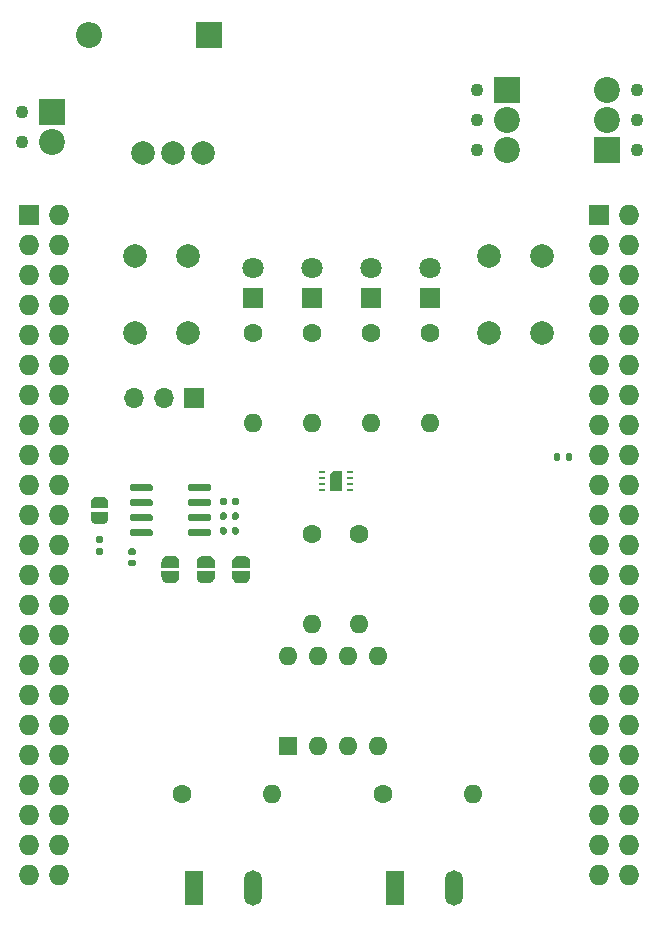
<source format=gbr>
G04 #@! TF.GenerationSoftware,KiCad,Pcbnew,6.0.5+dfsg-1~bpo11+1*
G04 #@! TF.CreationDate,2022-07-02T02:00:19+00:00*
G04 #@! TF.ProjectId,bbbalarm,62626261-6c61-4726-9d2e-6b696361645f,rev?*
G04 #@! TF.SameCoordinates,Original*
G04 #@! TF.FileFunction,Soldermask,Top*
G04 #@! TF.FilePolarity,Negative*
%FSLAX46Y46*%
G04 Gerber Fmt 4.6, Leading zero omitted, Abs format (unit mm)*
G04 Created by KiCad (PCBNEW 6.0.5+dfsg-1~bpo11+1) date 2022-07-02 02:00:19*
%MOMM*%
%LPD*%
G01*
G04 APERTURE LIST*
%ADD10R,1.727200X1.727200*%
%ADD11O,1.727200X1.727200*%
%ADD12C,2.000000*%
%ADD13C,1.100000*%
%ADD14R,2.200000X2.200000*%
%ADD15C,2.200000*%
%ADD16O,2.200000X2.200000*%
%ADD17R,1.800000X1.800000*%
%ADD18C,1.800000*%
%ADD19R,1.500000X3.000000*%
%ADD20O,1.500000X3.000000*%
%ADD21C,1.600000*%
%ADD22O,1.600000X1.600000*%
%ADD23R,1.600000X1.600000*%
%ADD24R,1.700000X1.700000*%
%ADD25O,1.700000X1.700000*%
%ADD26R,0.550000X0.250000*%
G04 APERTURE END LIST*
D10*
X164630100Y-62382400D03*
D11*
X167170100Y-62382400D03*
X164630100Y-64922400D03*
X167170100Y-64922400D03*
X164630100Y-67462400D03*
X167170100Y-67462400D03*
X164630100Y-70002400D03*
X167170100Y-70002400D03*
X164630100Y-72542400D03*
X167170100Y-72542400D03*
X164630100Y-75082400D03*
X167170100Y-75082400D03*
X164630100Y-77622400D03*
X167170100Y-77622400D03*
X164630100Y-80162400D03*
X167170100Y-80162400D03*
X164630100Y-82702400D03*
X167170100Y-82702400D03*
X164630100Y-85242400D03*
X167170100Y-85242400D03*
X164630100Y-87782400D03*
X167170100Y-87782400D03*
X164630100Y-90322400D03*
X167170100Y-90322400D03*
X164630100Y-92862400D03*
X167170100Y-92862400D03*
X164630100Y-95402400D03*
X167170100Y-95402400D03*
X164630100Y-97942400D03*
X167170100Y-97942400D03*
X164630100Y-100482400D03*
X167170100Y-100482400D03*
X164630100Y-103022400D03*
X167170100Y-103022400D03*
X164630100Y-105562400D03*
X167170100Y-105562400D03*
X164630100Y-108102400D03*
X167170100Y-108102400D03*
X164630100Y-110642400D03*
X167170100Y-110642400D03*
X164630100Y-113182400D03*
X167170100Y-113182400D03*
X164630100Y-115722400D03*
X167170100Y-115722400D03*
X164630100Y-118262400D03*
X167170100Y-118262400D03*
G36*
G01*
X124950100Y-90622400D02*
X125290100Y-90622400D01*
G75*
G02*
X125430100Y-90762400I0J-140000D01*
G01*
X125430100Y-91042400D01*
G75*
G02*
X125290100Y-91182400I-140000J0D01*
G01*
X124950100Y-91182400D01*
G75*
G02*
X124810100Y-91042400I0J140000D01*
G01*
X124810100Y-90762400D01*
G75*
G02*
X124950100Y-90622400I140000J0D01*
G01*
G37*
G36*
G01*
X124950100Y-91582400D02*
X125290100Y-91582400D01*
G75*
G02*
X125430100Y-91722400I0J-140000D01*
G01*
X125430100Y-92002400D01*
G75*
G02*
X125290100Y-92142400I-140000J0D01*
G01*
X124950100Y-92142400D01*
G75*
G02*
X124810100Y-92002400I0J140000D01*
G01*
X124810100Y-91722400D01*
G75*
G02*
X124950100Y-91582400I140000J0D01*
G01*
G37*
G36*
X127620100Y-92232400D02*
G01*
X127620100Y-91732400D01*
X127625067Y-91732400D01*
X127626532Y-91652459D01*
X127668807Y-91517144D01*
X127747362Y-91399134D01*
X127855881Y-91307914D01*
X127985640Y-91250819D01*
X128120100Y-91233236D01*
X128120100Y-91232400D01*
X128620100Y-91232400D01*
X128620100Y-91233236D01*
X128626209Y-91232437D01*
X128766286Y-91254248D01*
X128894611Y-91314496D01*
X129000869Y-91408340D01*
X129076517Y-91528235D01*
X129115474Y-91664542D01*
X129115059Y-91732400D01*
X129120100Y-91732400D01*
X129120100Y-92232400D01*
X127620100Y-92232400D01*
G37*
G36*
X129115059Y-93032400D02*
G01*
X129114608Y-93106305D01*
X129073989Y-93242126D01*
X128996882Y-93361088D01*
X128889485Y-93453626D01*
X128760433Y-93512303D01*
X128620100Y-93532400D01*
X128120100Y-93532400D01*
X128107884Y-93532251D01*
X127968083Y-93508731D01*
X127840504Y-93446919D01*
X127735400Y-93351784D01*
X127661223Y-93230974D01*
X127623934Y-93094201D01*
X127625067Y-93032400D01*
X127620100Y-93032400D01*
X127620100Y-92532400D01*
X129120100Y-92532400D01*
X129120100Y-93032400D01*
X129115059Y-93032400D01*
G37*
G36*
X133620100Y-92232400D02*
G01*
X133620100Y-91732400D01*
X133625067Y-91732400D01*
X133626532Y-91652459D01*
X133668807Y-91517144D01*
X133747362Y-91399134D01*
X133855881Y-91307914D01*
X133985640Y-91250819D01*
X134120100Y-91233236D01*
X134120100Y-91232400D01*
X134620100Y-91232400D01*
X134620100Y-91233236D01*
X134626209Y-91232437D01*
X134766286Y-91254248D01*
X134894611Y-91314496D01*
X135000869Y-91408340D01*
X135076517Y-91528235D01*
X135115474Y-91664542D01*
X135115059Y-91732400D01*
X135120100Y-91732400D01*
X135120100Y-92232400D01*
X133620100Y-92232400D01*
G37*
G36*
X135115059Y-93032400D02*
G01*
X135114608Y-93106305D01*
X135073989Y-93242126D01*
X134996882Y-93361088D01*
X134889485Y-93453626D01*
X134760433Y-93512303D01*
X134620100Y-93532400D01*
X134120100Y-93532400D01*
X134107884Y-93532251D01*
X133968083Y-93508731D01*
X133840504Y-93446919D01*
X133735400Y-93351784D01*
X133661223Y-93230974D01*
X133623934Y-93094201D01*
X133625067Y-93032400D01*
X133620100Y-93032400D01*
X133620100Y-92532400D01*
X135120100Y-92532400D01*
X135120100Y-93032400D01*
X135115059Y-93032400D01*
G37*
G36*
X123120100Y-87532400D02*
G01*
X123120100Y-88032400D01*
X123115133Y-88032400D01*
X123113668Y-88112341D01*
X123071393Y-88247656D01*
X122992838Y-88365666D01*
X122884319Y-88456886D01*
X122754560Y-88513981D01*
X122620100Y-88531564D01*
X122620100Y-88532400D01*
X122120100Y-88532400D01*
X122120100Y-88531564D01*
X122113991Y-88532363D01*
X121973914Y-88510552D01*
X121845589Y-88450304D01*
X121739331Y-88356460D01*
X121663683Y-88236565D01*
X121624726Y-88100258D01*
X121625141Y-88032400D01*
X121620100Y-88032400D01*
X121620100Y-87532400D01*
X123120100Y-87532400D01*
G37*
G36*
X121625141Y-86732400D02*
G01*
X121625592Y-86658495D01*
X121666211Y-86522674D01*
X121743318Y-86403712D01*
X121850715Y-86311174D01*
X121979767Y-86252497D01*
X122120100Y-86232400D01*
X122620100Y-86232400D01*
X122632316Y-86232549D01*
X122772117Y-86256069D01*
X122899696Y-86317881D01*
X123004800Y-86413016D01*
X123078977Y-86533826D01*
X123116266Y-86670599D01*
X123115133Y-86732400D01*
X123120100Y-86732400D01*
X123120100Y-87232400D01*
X121620100Y-87232400D01*
X121620100Y-86732400D01*
X121625141Y-86732400D01*
G37*
G36*
G01*
X134150100Y-86447400D02*
X134150100Y-86817400D01*
G75*
G02*
X134015100Y-86952400I-135000J0D01*
G01*
X133745100Y-86952400D01*
G75*
G02*
X133610100Y-86817400I0J135000D01*
G01*
X133610100Y-86447400D01*
G75*
G02*
X133745100Y-86312400I135000J0D01*
G01*
X134015100Y-86312400D01*
G75*
G02*
X134150100Y-86447400I0J-135000D01*
G01*
G37*
G36*
G01*
X133130100Y-86447400D02*
X133130100Y-86817400D01*
G75*
G02*
X132995100Y-86952400I-135000J0D01*
G01*
X132725100Y-86952400D01*
G75*
G02*
X132590100Y-86817400I0J135000D01*
G01*
X132590100Y-86447400D01*
G75*
G02*
X132725100Y-86312400I135000J0D01*
G01*
X132995100Y-86312400D01*
G75*
G02*
X133130100Y-86447400I0J-135000D01*
G01*
G37*
G36*
G01*
X134150100Y-87697400D02*
X134150100Y-88067400D01*
G75*
G02*
X134015100Y-88202400I-135000J0D01*
G01*
X133745100Y-88202400D01*
G75*
G02*
X133610100Y-88067400I0J135000D01*
G01*
X133610100Y-87697400D01*
G75*
G02*
X133745100Y-87562400I135000J0D01*
G01*
X134015100Y-87562400D01*
G75*
G02*
X134150100Y-87697400I0J-135000D01*
G01*
G37*
G36*
G01*
X133130100Y-87697400D02*
X133130100Y-88067400D01*
G75*
G02*
X132995100Y-88202400I-135000J0D01*
G01*
X132725100Y-88202400D01*
G75*
G02*
X132590100Y-88067400I0J135000D01*
G01*
X132590100Y-87697400D01*
G75*
G02*
X132725100Y-87562400I135000J0D01*
G01*
X132995100Y-87562400D01*
G75*
G02*
X133130100Y-87697400I0J-135000D01*
G01*
G37*
G36*
G01*
X122555100Y-91162400D02*
X122185100Y-91162400D01*
G75*
G02*
X122050100Y-91027400I0J135000D01*
G01*
X122050100Y-90757400D01*
G75*
G02*
X122185100Y-90622400I135000J0D01*
G01*
X122555100Y-90622400D01*
G75*
G02*
X122690100Y-90757400I0J-135000D01*
G01*
X122690100Y-91027400D01*
G75*
G02*
X122555100Y-91162400I-135000J0D01*
G01*
G37*
G36*
G01*
X122555100Y-90142400D02*
X122185100Y-90142400D01*
G75*
G02*
X122050100Y-90007400I0J135000D01*
G01*
X122050100Y-89737400D01*
G75*
G02*
X122185100Y-89602400I135000J0D01*
G01*
X122555100Y-89602400D01*
G75*
G02*
X122690100Y-89737400I0J-135000D01*
G01*
X122690100Y-90007400D01*
G75*
G02*
X122555100Y-90142400I-135000J0D01*
G01*
G37*
D12*
X155370100Y-65882400D03*
X155370100Y-72382400D03*
X159870100Y-72382400D03*
X159870100Y-65882400D03*
X125370100Y-72382400D03*
X125370100Y-65882400D03*
X129870100Y-65882400D03*
X129870100Y-72382400D03*
G36*
G01*
X131820100Y-89137400D02*
X131820100Y-89437400D01*
G75*
G02*
X131670100Y-89587400I-150000J0D01*
G01*
X130020100Y-89587400D01*
G75*
G02*
X129870100Y-89437400I0J150000D01*
G01*
X129870100Y-89137400D01*
G75*
G02*
X130020100Y-88987400I150000J0D01*
G01*
X131670100Y-88987400D01*
G75*
G02*
X131820100Y-89137400I0J-150000D01*
G01*
G37*
G36*
G01*
X131820100Y-87867400D02*
X131820100Y-88167400D01*
G75*
G02*
X131670100Y-88317400I-150000J0D01*
G01*
X130020100Y-88317400D01*
G75*
G02*
X129870100Y-88167400I0J150000D01*
G01*
X129870100Y-87867400D01*
G75*
G02*
X130020100Y-87717400I150000J0D01*
G01*
X131670100Y-87717400D01*
G75*
G02*
X131820100Y-87867400I0J-150000D01*
G01*
G37*
G36*
G01*
X131820100Y-86597400D02*
X131820100Y-86897400D01*
G75*
G02*
X131670100Y-87047400I-150000J0D01*
G01*
X130020100Y-87047400D01*
G75*
G02*
X129870100Y-86897400I0J150000D01*
G01*
X129870100Y-86597400D01*
G75*
G02*
X130020100Y-86447400I150000J0D01*
G01*
X131670100Y-86447400D01*
G75*
G02*
X131820100Y-86597400I0J-150000D01*
G01*
G37*
G36*
G01*
X131820100Y-85327400D02*
X131820100Y-85627400D01*
G75*
G02*
X131670100Y-85777400I-150000J0D01*
G01*
X130020100Y-85777400D01*
G75*
G02*
X129870100Y-85627400I0J150000D01*
G01*
X129870100Y-85327400D01*
G75*
G02*
X130020100Y-85177400I150000J0D01*
G01*
X131670100Y-85177400D01*
G75*
G02*
X131820100Y-85327400I0J-150000D01*
G01*
G37*
G36*
G01*
X126870100Y-85327400D02*
X126870100Y-85627400D01*
G75*
G02*
X126720100Y-85777400I-150000J0D01*
G01*
X125070100Y-85777400D01*
G75*
G02*
X124920100Y-85627400I0J150000D01*
G01*
X124920100Y-85327400D01*
G75*
G02*
X125070100Y-85177400I150000J0D01*
G01*
X126720100Y-85177400D01*
G75*
G02*
X126870100Y-85327400I0J-150000D01*
G01*
G37*
G36*
G01*
X126870100Y-86597400D02*
X126870100Y-86897400D01*
G75*
G02*
X126720100Y-87047400I-150000J0D01*
G01*
X125070100Y-87047400D01*
G75*
G02*
X124920100Y-86897400I0J150000D01*
G01*
X124920100Y-86597400D01*
G75*
G02*
X125070100Y-86447400I150000J0D01*
G01*
X126720100Y-86447400D01*
G75*
G02*
X126870100Y-86597400I0J-150000D01*
G01*
G37*
G36*
G01*
X126870100Y-87867400D02*
X126870100Y-88167400D01*
G75*
G02*
X126720100Y-88317400I-150000J0D01*
G01*
X125070100Y-88317400D01*
G75*
G02*
X124920100Y-88167400I0J150000D01*
G01*
X124920100Y-87867400D01*
G75*
G02*
X125070100Y-87717400I150000J0D01*
G01*
X126720100Y-87717400D01*
G75*
G02*
X126870100Y-87867400I0J-150000D01*
G01*
G37*
G36*
G01*
X126870100Y-89137400D02*
X126870100Y-89437400D01*
G75*
G02*
X126720100Y-89587400I-150000J0D01*
G01*
X125070100Y-89587400D01*
G75*
G02*
X124920100Y-89437400I0J150000D01*
G01*
X124920100Y-89137400D01*
G75*
G02*
X125070100Y-88987400I150000J0D01*
G01*
X126720100Y-88987400D01*
G75*
G02*
X126870100Y-89137400I0J-150000D01*
G01*
G37*
G36*
G01*
X134150100Y-88947400D02*
X134150100Y-89317400D01*
G75*
G02*
X134015100Y-89452400I-135000J0D01*
G01*
X133745100Y-89452400D01*
G75*
G02*
X133610100Y-89317400I0J135000D01*
G01*
X133610100Y-88947400D01*
G75*
G02*
X133745100Y-88812400I135000J0D01*
G01*
X134015100Y-88812400D01*
G75*
G02*
X134150100Y-88947400I0J-135000D01*
G01*
G37*
G36*
G01*
X133130100Y-88947400D02*
X133130100Y-89317400D01*
G75*
G02*
X132995100Y-89452400I-135000J0D01*
G01*
X132725100Y-89452400D01*
G75*
G02*
X132590100Y-89317400I0J135000D01*
G01*
X132590100Y-88947400D01*
G75*
G02*
X132725100Y-88812400I135000J0D01*
G01*
X132995100Y-88812400D01*
G75*
G02*
X133130100Y-88947400I0J-135000D01*
G01*
G37*
G36*
X130620100Y-92232400D02*
G01*
X130620100Y-91732400D01*
X130625067Y-91732400D01*
X130626532Y-91652459D01*
X130668807Y-91517144D01*
X130747362Y-91399134D01*
X130855881Y-91307914D01*
X130985640Y-91250819D01*
X131120100Y-91233236D01*
X131120100Y-91232400D01*
X131620100Y-91232400D01*
X131620100Y-91233236D01*
X131626209Y-91232437D01*
X131766286Y-91254248D01*
X131894611Y-91314496D01*
X132000869Y-91408340D01*
X132076517Y-91528235D01*
X132115474Y-91664542D01*
X132115059Y-91732400D01*
X132120100Y-91732400D01*
X132120100Y-92232400D01*
X130620100Y-92232400D01*
G37*
G36*
X132115059Y-93032400D02*
G01*
X132114608Y-93106305D01*
X132073989Y-93242126D01*
X131996882Y-93361088D01*
X131889485Y-93453626D01*
X131760433Y-93512303D01*
X131620100Y-93532400D01*
X131120100Y-93532400D01*
X131107884Y-93532251D01*
X130968083Y-93508731D01*
X130840504Y-93446919D01*
X130735400Y-93351784D01*
X130661223Y-93230974D01*
X130623934Y-93094201D01*
X130625067Y-93032400D01*
X130620100Y-93032400D01*
X130620100Y-92532400D01*
X132120100Y-92532400D01*
X132120100Y-93032400D01*
X132115059Y-93032400D01*
G37*
D13*
X115830100Y-53632400D03*
X115830100Y-56172400D03*
D14*
X118370100Y-53632400D03*
D15*
X118370100Y-56172400D03*
D12*
X126080100Y-57132400D03*
X128620100Y-57132400D03*
X131160100Y-57132400D03*
D14*
X131620100Y-47132400D03*
D16*
X121460100Y-47132400D03*
D17*
X135370100Y-69382400D03*
D18*
X135370100Y-66842400D03*
D17*
X140370100Y-69382400D03*
D18*
X140370100Y-66842400D03*
D17*
X145370100Y-69382400D03*
D18*
X145370100Y-66842400D03*
D17*
X150370100Y-69382400D03*
D18*
X150370100Y-66842400D03*
D19*
X130370100Y-119382400D03*
D20*
X135370100Y-119382400D03*
D19*
X147370100Y-119382400D03*
D20*
X152370100Y-119382400D03*
D21*
X135370100Y-72382400D03*
D22*
X135370100Y-80002400D03*
D21*
X140370100Y-72382400D03*
D22*
X140370100Y-80002400D03*
D21*
X145370100Y-72382400D03*
D22*
X145370100Y-80002400D03*
D21*
X150370100Y-72382400D03*
D22*
X150370100Y-80002400D03*
D21*
X140370100Y-89382400D03*
D22*
X140370100Y-97002400D03*
D21*
X144370100Y-89382400D03*
D22*
X144370100Y-97002400D03*
D21*
X129370100Y-111382400D03*
D22*
X136990100Y-111382400D03*
D21*
X146370100Y-111382400D03*
D22*
X153990100Y-111382400D03*
D13*
X167910100Y-51802400D03*
X167910100Y-54342400D03*
X167910100Y-56882400D03*
D14*
X165370100Y-56882400D03*
D15*
X165370100Y-54342400D03*
X165370100Y-51802400D03*
D23*
X138370100Y-107382400D03*
D22*
X140910100Y-107382400D03*
X143450100Y-107382400D03*
X145990100Y-107382400D03*
X145990100Y-99762400D03*
X143450100Y-99762400D03*
X140910100Y-99762400D03*
X138370100Y-99762400D03*
D10*
X116370100Y-62382400D03*
D11*
X118910100Y-62382400D03*
X116370100Y-64922400D03*
X118910100Y-64922400D03*
X116370100Y-67462400D03*
X118910100Y-67462400D03*
X116370100Y-70002400D03*
X118910100Y-70002400D03*
X116370100Y-72542400D03*
X118910100Y-72542400D03*
X116370100Y-75082400D03*
X118910100Y-75082400D03*
X116370100Y-77622400D03*
X118910100Y-77622400D03*
X116370100Y-80162400D03*
X118910100Y-80162400D03*
X116370100Y-82702400D03*
X118910100Y-82702400D03*
X116370100Y-85242400D03*
X118910100Y-85242400D03*
X116370100Y-87782400D03*
X118910100Y-87782400D03*
X116370100Y-90322400D03*
X118910100Y-90322400D03*
X116370100Y-92862400D03*
X118910100Y-92862400D03*
X116370100Y-95402400D03*
X118910100Y-95402400D03*
X116370100Y-97942400D03*
X118910100Y-97942400D03*
X116370100Y-100482400D03*
X118910100Y-100482400D03*
X116370100Y-103022400D03*
X118910100Y-103022400D03*
X116370100Y-105562400D03*
X118910100Y-105562400D03*
X116370100Y-108102400D03*
X118910100Y-108102400D03*
X116370100Y-110642400D03*
X118910100Y-110642400D03*
X116370100Y-113182400D03*
X118910100Y-113182400D03*
X116370100Y-115722400D03*
X118910100Y-115722400D03*
X116370100Y-118262400D03*
X118910100Y-118262400D03*
D13*
X154330100Y-56922400D03*
X154330100Y-51842400D03*
X154330100Y-54382400D03*
D14*
X156870100Y-51842400D03*
D15*
X156870100Y-54382400D03*
X156870100Y-56922400D03*
G36*
G01*
X162400100Y-82697400D02*
X162400100Y-83067400D01*
G75*
G02*
X162265100Y-83202400I-135000J0D01*
G01*
X161995100Y-83202400D01*
G75*
G02*
X161860100Y-83067400I0J135000D01*
G01*
X161860100Y-82697400D01*
G75*
G02*
X161995100Y-82562400I135000J0D01*
G01*
X162265100Y-82562400D01*
G75*
G02*
X162400100Y-82697400I0J-135000D01*
G01*
G37*
G36*
G01*
X161380100Y-82697400D02*
X161380100Y-83067400D01*
G75*
G02*
X161245100Y-83202400I-135000J0D01*
G01*
X160975100Y-83202400D01*
G75*
G02*
X160840100Y-83067400I0J135000D01*
G01*
X160840100Y-82697400D01*
G75*
G02*
X160975100Y-82562400I135000J0D01*
G01*
X161245100Y-82562400D01*
G75*
G02*
X161380100Y-82697400I0J-135000D01*
G01*
G37*
D24*
X130370100Y-77882400D03*
D25*
X127830100Y-77882400D03*
X125290100Y-77882400D03*
D26*
X141195100Y-84132400D03*
X141195100Y-84632400D03*
X141195100Y-85132400D03*
X141195100Y-85632400D03*
X143545100Y-85632400D03*
X143545100Y-85132400D03*
X143545100Y-84632400D03*
X143545100Y-84132400D03*
G36*
X142870100Y-85732400D02*
G01*
X141870100Y-85732400D01*
X141870100Y-84332400D01*
X142170100Y-84032400D01*
X142870100Y-84032400D01*
X142870100Y-85732400D01*
G37*
M02*

</source>
